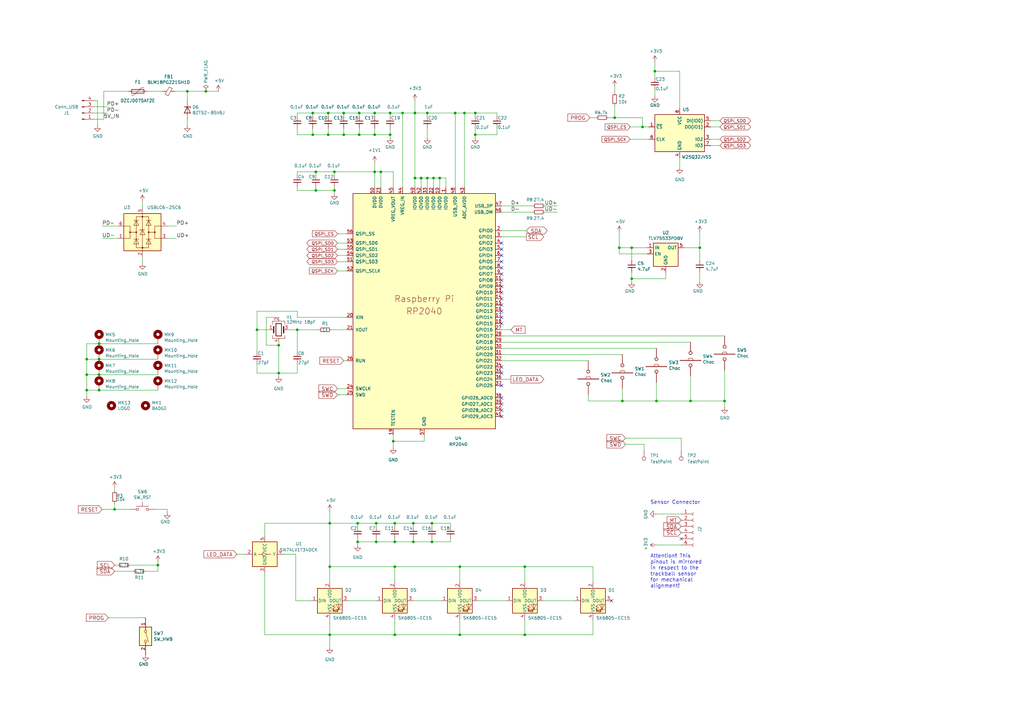
<source format=kicad_sch>
(kicad_sch (version 20211123) (generator eeschema)
  (paper "A3")
  (title_block (title "MNT Reform 2 Trackball 2.0 (Fixed)") (date "2022-08-22") (rev "2.0R-3") (company "Copyright 2017-2022 MNT Research GmbH") (comment 1 "https://mntre.com") (comment 2 "Engineer: Lukas F. Hartmann") (comment 3 "License: CERN-OHL-S 2.0"))
  (junction (at 177.8 73.025))
  (junction (at 146.685 222.25))
  (junction (at 170.18 73.025))
  (junction (at 146.685 214.63))
  (junction (at 121.92 135.255))
  (junction (at 161.925 214.63))
  (junction (at 177.165 222.25))
  (junction (at 40.64 140.97))
  (junction (at 40.64 160.02))
  (junction (at 128.27 46.355))
  (junction (at 186.69 46.355))
  (junction (at 137.16 78.105))
  (junction (at 175.26 46.355))
  (junction (at 135.255 260.35))
  (junction (at 194.945 55.245))
  (junction (at 177.165 214.63))
  (junction (at 165.1 46.355))
  (junction (at 269.24 164.465))
  (junction (at 175.26 73.025))
  (junction (at 287.02 101.6))
  (junction (at 40.64 153.67))
  (junction (at 252.095 48.26))
  (junction (at 153.67 70.485))
  (junction (at 140.97 55.245))
  (junction (at 154.305 214.63))
  (junction (at 35.56 153.67))
  (junction (at 190.5 46.355))
  (junction (at 140.97 46.355))
  (junction (at 172.72 73.025))
  (junction (at 64.77 231.775))
  (junction (at 153.67 55.245))
  (junction (at 135.255 232.41))
  (junction (at 153.67 46.355))
  (junction (at 128.27 55.245))
  (junction (at 154.305 222.25))
  (junction (at 40.64 147.32))
  (junction (at 35.56 147.32))
  (junction (at 129.54 78.105))
  (junction (at 135.255 214.63))
  (junction (at 259.08 101.6))
  (junction (at 263.525 52.07))
  (junction (at 169.545 214.63))
  (junction (at 160.02 55.245))
  (junction (at 283.21 164.465))
  (junction (at 215.265 260.35))
  (junction (at 129.54 70.485))
  (junction (at 137.16 70.485))
  (junction (at 161.29 180.975))
  (junction (at 134.62 46.355))
  (junction (at 188.595 232.41))
  (junction (at 255.27 164.465))
  (junction (at 76.835 37.465))
  (junction (at 84.455 37.465))
  (junction (at 114.3 141.605))
  (junction (at 161.925 222.25))
  (junction (at 134.62 55.245))
  (junction (at 114.3 153.035))
  (junction (at 35.56 160.02))
  (junction (at 161.925 232.41))
  (junction (at 105.41 135.255))
  (junction (at 156.21 70.485))
  (junction (at 147.32 55.245))
  (junction (at 268.605 29.21))
  (junction (at 254 101.6))
  (junction (at 169.545 222.25))
  (junction (at 215.265 232.41))
  (junction (at 297.18 164.465))
  (junction (at 160.02 46.355))
  (junction (at 161.925 260.35))
  (junction (at 180.34 73.025))
  (junction (at 46.99 208.915))
  (junction (at 194.945 46.355))
  (junction (at 259.08 114.3))
  (junction (at 188.595 260.35))
  (junction (at 147.32 46.355))
  (junction (at 170.18 46.355))
  (no_connect (at 205.74 109.855))
  (no_connect (at 205.74 168.275))
  (no_connect (at 205.74 150.495))
  (no_connect (at 205.74 122.555))
  (no_connect (at 205.74 107.315))
  (no_connect (at 205.74 120.015))
  (no_connect (at 205.74 130.175))
  (no_connect (at 205.74 102.235))
  (no_connect (at 205.74 125.095))
  (no_connect (at 205.74 165.735))
  (no_connect (at 205.74 163.195))
  (no_connect (at 205.74 132.715))
  (no_connect (at 279.4 220.98))
  (no_connect (at 205.74 114.935))
  (no_connect (at 205.74 99.695))
  (no_connect (at 250.825 246.38))
  (no_connect (at 205.74 112.395))
  (no_connect (at 205.74 117.475))
  (no_connect (at 205.74 104.775))
  (no_connect (at 205.74 170.815))
  (no_connect (at 205.74 153.035))
  (no_connect (at 205.74 127.635))
  (no_connect (at 205.74 158.115))
  (wire (pts (xy 255.27 164.465) (xy 269.24 164.465)))
  (wire (pts (xy 252.095 43.18) (xy 252.095 48.26)))
  (wire (pts (xy 135.255 214.63) (xy 108.585 214.63)))
  (wire (pts (xy 153.67 52.705) (xy 153.67 55.245)))
  (wire (pts (xy 38.735 43.815) (xy 43.815 43.815)))
  (wire (pts (xy 147.32 52.705) (xy 147.32 55.245)))
  (wire (pts (xy 147.32 47.625) (xy 147.32 46.355)))
  (wire (pts (xy 97.155 227.33) (xy 100.965 227.33)))
  (wire (pts (xy 205.74 135.255) (xy 209.55 135.255)))
  (wire (pts (xy 175.26 47.625) (xy 175.26 46.355)))
  (wire (pts (xy 291.465 59.69) (xy 295.275 59.69)))
  (wire (pts (xy 252.095 48.26) (xy 263.525 48.26)))
  (wire (pts (xy 161.925 232.41) (xy 188.595 232.41)))
  (wire (pts (xy 35.56 160.02) (xy 35.56 153.67)))
  (wire (pts (xy 138.43 161.925) (xy 142.24 161.925)))
  (wire (pts (xy 194.945 46.355) (xy 194.945 47.625)))
  (wire (pts (xy 76.835 51.435) (xy 76.835 48.895)))
  (wire (pts (xy 161.925 214.63) (xy 169.545 214.63)))
  (wire (pts (xy 58.42 85.09) (xy 58.42 82.55)))
  (wire (pts (xy 60.325 37.465) (xy 66.675 37.465)))
  (wire (pts (xy 35.56 147.32) (xy 35.56 153.67)))
  (wire (pts (xy 128.27 47.625) (xy 128.27 46.355)))
  (wire (pts (xy 228.6 86.995) (xy 223.52 86.995)))
  (wire (pts (xy 160.02 47.625) (xy 160.02 46.355)))
  (wire (pts (xy 140.97 46.355) (xy 147.32 46.355)))
  (wire (pts (xy 249.555 48.26) (xy 252.095 48.26)))
  (wire (pts (xy 41.91 208.915) (xy 46.99 208.915)))
  (wire (pts (xy 173.99 180.975) (xy 173.99 178.435)))
  (wire (pts (xy 146.685 214.63) (xy 146.685 215.9)))
  (wire (pts (xy 138.43 102.235) (xy 142.24 102.235)))
  (wire (pts (xy 160.02 46.355) (xy 165.1 46.355)))
  (wire (pts (xy 121.92 55.245) (xy 121.92 52.705)))
  (wire (pts (xy 177.165 214.63) (xy 184.785 214.63)))
  (wire (pts (xy 140.97 52.705) (xy 140.97 55.245)))
  (wire (pts (xy 129.54 78.105) (xy 137.16 78.105)))
  (wire (pts (xy 154.305 214.63) (xy 154.305 215.9)))
  (wire (pts (xy 58.42 107.95) (xy 58.42 105.41)))
  (wire (pts (xy 184.785 222.25) (xy 177.165 222.25)))
  (wire (pts (xy 188.595 260.35) (xy 215.265 260.35)))
  (wire (pts (xy 129.54 76.835) (xy 129.54 78.105)))
  (wire (pts (xy 108.585 260.35) (xy 135.255 260.35)))
  (wire (pts (xy 142.24 99.695) (xy 138.43 99.695)))
  (wire (pts (xy 121.92 153.035) (xy 121.92 149.225)))
  (wire (pts (xy 38.735 41.275) (xy 40.005 41.275)))
  (wire (pts (xy 244.475 48.26) (xy 241.935 48.26)))
  (wire (pts (xy 268.605 29.21) (xy 268.605 31.75)))
  (wire (pts (xy 140.97 47.625) (xy 140.97 46.355)))
  (wire (pts (xy 42.545 48.895) (xy 42.545 37.465)))
  (wire (pts (xy 134.62 55.245) (xy 128.27 55.245)))
  (wire (pts (xy 153.67 47.625) (xy 153.67 46.355)))
  (wire (pts (xy 188.595 254) (xy 188.595 260.35)))
  (wire (pts (xy 169.545 214.63) (xy 169.545 215.9)))
  (wire (pts (xy 40.64 153.67) (xy 64.77 153.67)))
  (wire (pts (xy 46.99 206.375) (xy 46.99 208.915)))
  (wire (pts (xy 46.99 200.025) (xy 46.99 201.295)))
  (wire (pts (xy 68.58 210.185) (xy 68.58 208.915)))
  (wire (pts (xy 169.545 220.98) (xy 169.545 222.25)))
  (wire (pts (xy 268.605 39.37) (xy 268.605 36.83)))
  (wire (pts (xy 161.29 70.485) (xy 156.21 70.485)))
  (wire (pts (xy 255.27 159.385) (xy 255.27 164.465)))
  (wire (pts (xy 38.735 48.895) (xy 42.545 48.895)))
  (wire (pts (xy 72.39 97.79) (xy 68.58 97.79)))
  (wire (pts (xy 190.5 46.355) (xy 190.5 76.835)))
  (wire (pts (xy 254 95.25) (xy 254 101.6)))
  (wire (pts (xy 154.305 220.98) (xy 154.305 222.25)))
  (wire (pts (xy 165.1 76.835) (xy 165.1 46.355)))
  (wire (pts (xy 146.685 222.25) (xy 154.305 222.25)))
  (wire (pts (xy 165.1 46.355) (xy 170.18 46.355)))
  (wire (pts (xy 259.08 114.3) (xy 259.08 111.76)))
  (wire (pts (xy 128.27 46.355) (xy 134.62 46.355)))
  (wire (pts (xy 252.095 35.56) (xy 252.095 38.1)))
  (wire (pts (xy 137.16 79.375) (xy 137.16 78.105)))
  (wire (pts (xy 46.99 208.915) (xy 53.34 208.915)))
  (wire (pts (xy 114.3 130.175) (xy 109.22 130.175)))
  (wire (pts (xy 161.29 76.835) (xy 161.29 70.485)))
  (wire (pts (xy 121.92 135.255) (xy 130.81 135.255)))
  (wire (pts (xy 121.92 130.175) (xy 121.92 127.635)))
  (wire (pts (xy 154.305 214.63) (xy 161.925 214.63)))
  (wire (pts (xy 205.74 97.155) (xy 215.9 97.155)))
  (wire (pts (xy 142.875 246.38) (xy 154.305 246.38)))
  (wire (pts (xy 182.88 73.025) (xy 182.88 76.835)))
  (wire (pts (xy 147.32 46.355) (xy 153.67 46.355)))
  (wire (pts (xy 172.72 76.835) (xy 172.72 73.025)))
  (wire (pts (xy 105.41 153.035) (xy 114.3 153.035)))
  (wire (pts (xy 280.67 101.6) (xy 287.02 101.6)))
  (wire (pts (xy 205.74 84.455) (xy 218.44 84.455)))
  (wire (pts (xy 264.16 184.785) (xy 264.16 182.245)))
  (wire (pts (xy 266.065 52.07) (xy 263.525 52.07)))
  (wire (pts (xy 156.21 76.835) (xy 156.21 70.485)))
  (wire (pts (xy 188.595 232.41) (xy 215.265 232.41)))
  (wire (pts (xy 287.02 95.25) (xy 287.02 101.6)))
  (wire (pts (xy 53.34 231.775) (xy 64.77 231.775)))
  (wire (pts (xy 76.835 37.465) (xy 71.755 37.465)))
  (wire (pts (xy 105.41 135.255) (xy 105.41 144.145)))
  (wire (pts (xy 116.205 227.33) (xy 121.285 227.33)))
  (wire (pts (xy 186.69 46.355) (xy 186.69 76.835)))
  (wire (pts (xy 175.26 73.025) (xy 177.8 73.025)))
  (wire (pts (xy 254 104.14) (xy 254 101.6)))
  (wire (pts (xy 205.74 86.995) (xy 218.44 86.995)))
  (wire (pts (xy 283.21 164.465) (xy 297.18 164.465)))
  (wire (pts (xy 64.77 231.775) (xy 64.77 230.505)))
  (wire (pts (xy 153.67 70.485) (xy 153.67 76.835)))
  (wire (pts (xy 40.64 160.02) (xy 35.56 160.02)))
  (wire (pts (xy 287.02 111.76) (xy 287.02 115.57)))
  (wire (pts (xy 188.595 232.41) (xy 188.595 238.76)))
  (wire (pts (xy 153.67 55.245) (xy 147.32 55.245)))
  (wire (pts (xy 138.43 107.315) (xy 142.24 107.315)))
  (wire (pts (xy 134.62 52.705) (xy 134.62 55.245)))
  (wire (pts (xy 135.255 232.41) (xy 161.925 232.41)))
  (wire (pts (xy 184.785 214.63) (xy 184.785 215.9)))
  (wire (pts (xy 177.8 76.835) (xy 177.8 73.025)))
  (wire (pts (xy 160.02 55.245) (xy 160.02 52.705)))
  (wire (pts (xy 283.21 154.305) (xy 283.21 164.465)))
  (wire (pts (xy 190.5 46.355) (xy 194.945 46.355)))
  (wire (pts (xy 38.735 46.355) (xy 43.815 46.355)))
  (wire (pts (xy 46.99 234.315) (xy 54.61 234.315)))
  (wire (pts (xy 114.3 141.605) (xy 114.3 153.035)))
  (wire (pts (xy 161.925 220.98) (xy 161.925 222.25)))
  (wire (pts (xy 269.24 223.52) (xy 279.4 223.52)))
  (wire (pts (xy 135.255 254) (xy 135.255 260.35)))
  (wire (pts (xy 135.255 260.35) (xy 135.255 265.43)))
  (wire (pts (xy 175.26 46.355) (xy 186.69 46.355)))
  (wire (pts (xy 263.525 52.07) (xy 258.445 52.07)))
  (wire (pts (xy 76.835 41.275) (xy 76.835 37.465)))
  (wire (pts (xy 228.6 84.455) (xy 223.52 84.455)))
  (wire (pts (xy 35.56 160.02) (xy 35.56 162.56)))
  (wire (pts (xy 129.54 71.755) (xy 129.54 70.485)))
  (wire (pts (xy 278.765 29.21) (xy 278.765 44.45)))
  (wire (pts (xy 146.685 214.63) (xy 154.305 214.63)))
  (wire (pts (xy 161.925 214.63) (xy 161.925 215.9)))
  (wire (pts (xy 215.265 232.41) (xy 215.265 238.76)))
  (wire (pts (xy 135.255 260.35) (xy 161.925 260.35)))
  (wire (pts (xy 205.74 137.795) (xy 297.18 137.795)))
  (wire (pts (xy 170.18 46.355) (xy 170.18 73.025)))
  (wire (pts (xy 128.27 55.245) (xy 121.92 55.245)))
  (wire (pts (xy 156.21 70.485) (xy 153.67 70.485)))
  (wire (pts (xy 241.3 164.465) (xy 255.27 164.465)))
  (wire (pts (xy 147.32 55.245) (xy 140.97 55.245)))
  (wire (pts (xy 44.45 253.365) (xy 59.69 253.365)))
  (wire (pts (xy 109.22 130.175) (xy 109.22 141.605)))
  (wire (pts (xy 64.77 234.315) (xy 64.77 231.775)))
  (wire (pts (xy 154.305 222.25) (xy 161.925 222.25)))
  (wire (pts (xy 180.34 73.025) (xy 182.88 73.025)))
  (wire (pts (xy 135.255 214.63) (xy 135.255 232.41)))
  (wire (pts (xy 137.16 70.485) (xy 129.54 70.485)))
  (wire (pts (xy 135.255 232.41) (xy 135.255 238.76)))
  (wire (pts (xy 121.92 135.255) (xy 121.92 144.145)))
  (wire (pts (xy 161.925 260.35) (xy 188.595 260.35)))
  (wire (pts (xy 142.24 159.385) (xy 138.43 159.385)))
  (wire (pts (xy 203.835 46.355) (xy 203.835 47.625)))
  (wire (pts (xy 40.005 41.275) (xy 40.005 51.435)))
  (wire (pts (xy 170.18 73.025) (xy 172.72 73.025)))
  (wire (pts (xy 68.58 208.915) (xy 63.5 208.915)))
  (wire (pts (xy 254 101.6) (xy 259.08 101.6)))
  (wire (pts (xy 114.3 153.035) (xy 121.92 153.035)))
  (wire (pts (xy 215.265 254) (xy 215.265 260.35)))
  (wire (pts (xy 161.29 180.975) (xy 173.99 180.975)))
  (wire (pts (xy 297.18 167.005) (xy 297.18 164.465)))
  (wire (pts (xy 177.165 222.25) (xy 177.165 220.98)))
  (wire (pts (xy 205.74 94.615) (xy 215.9 94.615)))
  (wire (pts (xy 135.255 214.63) (xy 146.685 214.63)))
  (wire (pts (xy 264.16 182.245) (xy 256.54 182.245)))
  (wire (pts (xy 35.56 153.67) (xy 40.64 153.67)))
  (wire (pts (xy 184.785 220.98) (xy 184.785 222.25)))
  (wire (pts (xy 196.215 246.38) (xy 207.645 246.38)))
  (wire (pts (xy 135.89 135.255) (xy 142.24 135.255)))
  (wire (pts (xy 215.265 232.41) (xy 243.205 232.41)))
  (wire (pts (xy 177.8 73.025) (xy 180.34 73.025)))
  (wire (pts (xy 108.585 214.63) (xy 108.585 219.71)))
  (wire (pts (xy 175.26 52.705) (xy 175.26 56.515)))
  (wire (pts (xy 205.74 142.875) (xy 269.24 142.875)))
  (wire (pts (xy 118.11 135.255) (xy 121.92 135.255)))
  (wire (pts (xy 215.265 260.35) (xy 243.205 260.35)))
  (wire (pts (xy 259.08 101.6) (xy 265.43 101.6)))
  (wire (pts (xy 59.69 234.315) (xy 64.77 234.315)))
  (wire (pts (xy 287.02 101.6) (xy 287.02 106.68)))
  (wire (pts (xy 121.285 246.38) (xy 127.635 246.38)))
  (wire (pts (xy 172.72 73.025) (xy 175.26 73.025)))
  (wire (pts (xy 105.41 153.035) (xy 105.41 149.225)))
  (wire (pts (xy 297.18 151.765) (xy 297.18 164.465)))
  (wire (pts (xy 153.67 66.675) (xy 153.67 70.485)))
  (wire (pts (xy 241.3 164.465) (xy 241.3 161.925)))
  (wire (pts (xy 134.62 46.355) (xy 140.97 46.355)))
  (wire (pts (xy 110.49 135.255) (xy 105.41 135.255)))
  (wire (pts (xy 138.43 111.125) (xy 142.24 111.125)))
  (wire (pts (xy 128.27 52.705) (xy 128.27 55.245)))
  (wire (pts (xy 295.275 49.53) (xy 291.465 49.53)))
  (wire (pts (xy 114.3 153.035) (xy 114.3 154.305)))
  (wire (pts (xy 283.21 140.335) (xy 205.74 140.335)))
  (wire (pts (xy 153.67 46.355) (xy 160.02 46.355)))
  (wire (pts (xy 170.18 46.355) (xy 175.26 46.355)))
  (wire (pts (xy 41.91 92.71) (xy 48.26 92.71)))
  (wire (pts (xy 64.77 160.02) (xy 40.64 160.02)))
  (wire (pts (xy 140.97 55.245) (xy 134.62 55.245)))
  (wire (pts (xy 180.34 76.835) (xy 180.34 73.025)))
  (wire (pts (xy 170.18 73.025) (xy 170.18 76.835)))
  (wire (pts (xy 203.835 55.245) (xy 194.945 55.245)))
  (wire (pts (xy 121.92 78.105) (xy 129.54 78.105)))
  (wire (pts (xy 161.29 178.435) (xy 161.29 180.975)))
  (wire (pts (xy 121.92 46.355) (xy 128.27 46.355)))
  (wire (pts (xy 269.24 156.845) (xy 269.24 164.465)))
  (wire (pts (xy 35.56 147.32) (xy 35.56 140.97)))
  (wire (pts (xy 121.92 127.635) (xy 105.41 127.635)))
  (wire (pts (xy 108.585 234.95) (xy 108.585 260.35)))
  (wire (pts (xy 279.4 184.785) (xy 279.4 179.705)))
  (wire (pts (xy 243.205 232.41) (xy 243.205 238.76)))
  (wire (pts (xy 142.24 104.775) (xy 138.43 104.775)))
  (wire (pts (xy 121.92 76.835) (xy 121.92 78.105)))
  (wire (pts (xy 137.16 78.105) (xy 137.16 76.835)))
  (wire (pts (xy 273.05 114.3) (xy 273.05 111.76)))
  (wire (pts (xy 269.24 210.82) (xy 279.4 210.82)))
  (wire (pts (xy 84.455 37.465) (xy 89.535 37.465)))
  (wire (pts (xy 194.945 56.515) (xy 194.945 55.245)))
  (wire (pts (xy 135.255 209.55) (xy 135.255 214.63)))
  (wire (pts (xy 263.525 48.26) (xy 263.525 52.07)))
  (wire (pts (xy 194.945 55.245) (xy 194.945 52.705)))
  (wire (pts (xy 278.765 64.77) (xy 278.765 68.58)))
  (wire (pts (xy 169.545 246.38) (xy 180.975 246.38)))
  (wire (pts (xy 175.26 76.835) (xy 175.26 73.025)))
  (wire (pts (xy 42.545 37.465) (xy 52.705 37.465)))
  (wire (pts (xy 40.64 147.32) (xy 64.77 147.32)))
  (wire (pts (xy 265.43 104.14) (xy 254 104.14)))
  (wire (pts (xy 186.69 46.355) (xy 190.5 46.355)))
  (wire (pts (xy 72.39 92.71) (xy 68.58 92.71)))
  (wire (pts (xy 161.925 232.41) (xy 161.925 238.76)))
  (wire (pts (xy 142.24 147.955) (xy 140.97 147.955)))
  (wire (pts (xy 35.56 140.97) (xy 40.64 140.97)))
  (wire (pts (xy 137.16 70.485) (xy 153.67 70.485)))
  (wire (pts (xy 291.465 52.07) (xy 295.275 52.07)))
  (wire (pts (xy 109.22 141.605) (xy 114.3 141.605)))
  (wire (pts (xy 170.18 41.275) (xy 170.18 46.355)))
  (wire (pts (xy 161.925 254) (xy 161.925 260.35)))
  (wire (pts (xy 138.43 95.885) (xy 142.24 95.885)))
  (wire (pts (xy 160.02 56.515) (xy 160.02 55.245)))
  (wire (pts (xy 160.02 55.245) (xy 153.67 55.245)))
  (wire (pts (xy 259.08 106.68) (xy 259.08 101.6)))
  (wire (pts (xy 121.285 227.33) (xy 121.285 246.38)))
  (wire (pts (xy 268.605 29.21) (xy 278.765 29.21)))
  (wire (pts (xy 105.41 127.635) (xy 105.41 135.255)))
  (wire (pts (xy 258.445 57.15) (xy 266.065 57.15)))
  (wire (pts (xy 259.08 115.57) (xy 259.08 114.3)))
  (wire (pts (xy 269.24 164.465) (xy 283.21 164.465)))
  (wire (pts (xy 114.3 140.335) (xy 114.3 141.605)))
  (wire (pts (xy 279.4 179.705) (xy 256.54 179.705)))
  (wire (pts (xy 169.545 222.25) (xy 177.165 222.25)))
  (wire (pts (xy 161.29 180.975) (xy 161.29 183.515)))
  (wire (pts (xy 48.26 231.775) (xy 46.99 231.775)))
  (wire (pts (xy 255.27 145.415) (xy 205.74 145.415)))
  (wire (pts (xy 169.545 214.63) (xy 177.165 214.63)))
  (wire (pts (xy 64.77 140.97) (xy 40.64 140.97)))
  (wire (pts (xy 194.945 46.355) (xy 203.835 46.355)))
  (wire (pts (xy 40.64 147.32) (xy 35.56 147.32)))
  (wire (pts (xy 121.92 130.175) (xy 142.24 130.175)))
  (wire (pts (xy 222.885 246.38) (xy 235.585 246.38)))
  (wire (pts (xy 41.91 97.79) (xy 48.26 97.79)))
  (wire (pts (xy 205.74 147.955) (xy 241.3 147.955)))
  (wire (pts (xy 137.16 71.755) (xy 137.16 70.485)))
  (wire (pts (xy 134.62 47.625) (xy 134.62 46.355)))
  (wire (pts (xy 243.205 254) (xy 243.205 260.35)))
  (wire (pts (xy 268.605 25.4) (xy 268.605 29.21)))
  (wire (pts (xy 121.92 46.355) (xy 121.92 47.625)))
  (wire (pts (xy 146.685 222.25) (xy 146.685 223.52)))
  (wire (pts (xy 259.08 114.3) (xy 273.05 114.3)))
  (wire (pts (xy 146.685 220.98) (xy 146.685 222.25)))
  (wire (pts (xy 84.455 37.465) (xy 76.835 37.465)))
  (wire (pts (xy 205.74 155.575) (xy 209.55 155.575)))
  (wire (pts (xy 177.165 214.63) (xy 177.165 215.9)))
  (wire (pts (xy 121.92 70.485) (xy 121.92 71.755)))
  (wire (pts (xy 129.54 70.485) (xy 121.92 70.485)))
  (wire (pts (xy 295.275 57.15) (xy 291.465 57.15)))
  (wire (pts (xy 203.835 52.705) (xy 203.835 55.245)))
  (wire (pts (xy 161.925 222.25) (xy 169.545 222.25)))
  (text "Sensor Connector" (at 266.7 207.01 0) (effects (font (size 1.524 1.524)) (justify left bottom)))
  (text "Attention! This\npinout is mirrored\nin respect to the \ntrackball sensor\nfor mechanical\nalignment!" (at 266.7 241.3 0) (effects (font (size 1.524 1.524)) (justify left bottom)))
  (label "UD+" (at 228.6 84.455 180) (effects (font (size 1.524 1.524))))
  (label "UD-" (at 228.6 86.995 180) (effects (font (size 1.524 1.524))))
  (label "PD-" (at 41.91 92.71 0) (effects (font (size 1.524 1.524))))
  (label "UD+" (at 72.39 97.79 0) (effects (font (size 1.524 1.524))))
  (label "PD+" (at 43.815 43.815 0) (effects (font (size 1.524 1.524))))
  (label "D+" (at 209.55 84.455 0) (effects (font (size 1.524 1.524))))
  (label "UD-" (at 41.91 97.79 0) (effects (font (size 1.524 1.524))))
  (label "5V_IN" (at 42.545 48.895 0) (effects (font (size 1.524 1.524))))
  (label "PD+" (at 72.39 92.71 0) (effects (font (size 1.524 1.524))))
  (label "D-" (at 209.55 86.995 0) (effects (font (size 1.524 1.524))))
  (label "PD-" (at 43.815 46.355 0) (effects (font (size 1.524 1.524))))
  (global_label "QSPI_CS" (shape input) (at 138.43 95.885 180) (property "Intersheet References" "${INTERSHEET_REFS}" (effects hide)))
  (global_label "SCL" (shape input) (at 46.99 231.775 180) (effects (font (size 1.524 1.524))) (property "Intersheet References" "${INTERSHEET_REFS}" (effects hide)))
  (global_label "PROG" (shape input) (at 241.935 48.26 180) (effects (font (size 1.524 1.524))) (property "Intersheet References" "${INTERSHEET_REFS}" (effects hide)))
  (global_label "SWC" (shape input) (at 256.54 179.705 180) (effects (font (size 1.524 1.524))) (property "Intersheet References" "${INTERSHEET_REFS}" (effects hide)))
  (global_label "SDA" (shape bidirectional) (at 215.9 94.615 0) (effects (font (size 1.524 1.524))) (property "Intersheet References" "${INTERSHEET_REFS}" (effects hide)))
  (global_label "SCL" (shape input) (at 279.4 218.44 180) (effects (font (size 1.524 1.524))) (property "Intersheet References" "${INTERSHEET_REFS}" (effects hide)))
  (global_label "SWD" (shape input) (at 256.54 182.245 180) (effects (font (size 1.524 1.524))) (property "Intersheet References" "${INTERSHEET_REFS}" (effects hide)))
  (global_label "LED_DATA" (shape input) (at 97.155 227.33 180) (effects (font (size 1.524 1.524))) (property "Intersheet References" "${INTERSHEET_REFS}" (effects hide)))
  (global_label "QSPI_SD3" (shape bidirectional) (at 138.43 107.315 180) (property "Intersheet References" "${INTERSHEET_REFS}" (effects hide)))
  (global_label "QSPI_SD1" (shape bidirectional) (at 295.275 52.07 0) (property "Intersheet References" "${INTERSHEET_REFS}" (effects hide)))
  (global_label "SCL" (shape output) (at 215.9 97.155 0) (effects (font (size 1.524 1.524))) (property "Intersheet References" "${INTERSHEET_REFS}" (effects hide)))
  (global_label "MT" (shape input) (at 209.55 135.255 0) (effects (font (size 1.524 1.524))) (property "Intersheet References" "${INTERSHEET_REFS}" (effects hide)))
  (global_label "QSPI_SD3" (shape bidirectional) (at 295.275 59.69 0) (property "Intersheet References" "${INTERSHEET_REFS}" (effects hide)))
  (global_label "QSPI_SD2" (shape bidirectional) (at 138.43 104.775 180) (property "Intersheet References" "${INTERSHEET_REFS}" (effects hide)))
  (global_label "QSPI_SCK" (shape input) (at 138.43 111.125 180) (property "Intersheet References" "${INTERSHEET_REFS}" (effects hide)))
  (global_label "RESET" (shape input) (at 140.97 147.955 180) (effects (font (size 1.524 1.524))) (property "Intersheet References" "${INTERSHEET_REFS}" (effects hide)))
  (global_label "MT" (shape input) (at 279.4 213.36 180) (effects (font (size 1.524 1.524))) (property "Intersheet References" "${INTERSHEET_REFS}" (effects hide)))
  (global_label "QSPI_CS" (shape input) (at 258.445 52.07 180) (property "Intersheet References" "${INTERSHEET_REFS}" (effects hide)))
  (global_label "QSPI_SD1" (shape bidirectional) (at 138.43 102.235 180) (property "Intersheet References" "${INTERSHEET_REFS}" (effects hide)))
  (global_label "QSPI_SD0" (shape bidirectional) (at 138.43 99.695 180) (property "Intersheet References" "${INTERSHEET_REFS}" (effects hide)))
  (global_label "QSPI_SD0" (shape bidirectional) (at 295.275 49.53 0) (property "Intersheet References" "${INTERSHEET_REFS}" (effects hide)))
  (global_label "SWC" (shape input) (at 138.43 159.385 180) (effects (font (size 1.524 1.524))) (property "Intersheet References" "${INTERSHEET_REFS}" (effects hide)))
  (global_label "SDA" (shape input) (at 279.4 215.9 180) (effects (font (size 1.524 1.524))) (property "Intersheet References" "${INTERSHEET_REFS}" (effects hide)))
  (global_label "SDA" (shape input) (at 46.99 234.315 180) (effects (font (size 1.524 1.524))) (property "Intersheet References" "${INTERSHEET_REFS}" (effects hide)))
  (global_label "LED_DATA" (shape output) (at 209.55 155.575 0) (effects (font (size 1.524 1.524))) (property "Intersheet References" "${INTERSHEET_REFS}" (effects hide)))
  (global_label "RESET" (shape input) (at 41.91 208.915 180) (effects (font (size 1.524 1.524))) (property "Intersheet References" "${INTERSHEET_REFS}" (effects hide)))
  (global_label "QSPI_SD2" (shape bidirectional) (at 295.275 57.15 0) (property "Intersheet References" "${INTERSHEET_REFS}" (effects hide)))
  (global_label "PROG" (shape input) (at 44.45 253.365 180) (effects (font (size 1.524 1.524))) (property "Intersheet References" "${INTERSHEET_REFS}" (effects hide)))
  (global_label "QSPI_SCK" (shape input) (at 258.445 57.15 180) (property "Intersheet References" "${INTERSHEET_REFS}" (effects hide)))
  (global_label "SWD" (shape input) (at 138.43 161.925 180) (effects (font (size 1.524 1.524))) (property "Intersheet References" "${INTERSHEET_REFS}" (effects hide)))
  (symbol (lib_id "power:GND") (at 269.24 210.82 270) (unit 1)
    (property "Reference" "#PWR03" (effects hide))
    (property "Value" "GND" (at 264.8458 210.947 0))
  )
  (symbol (lib_id "power:GND") (at 297.18 167.005 0) (unit 1)
    (property "Reference" "#PWR0101" (effects hide))
    (property "Value" "GND" (at 297.307 171.3992 0))
  )
  (symbol (lib_id "Connector:Conn_01x04_Male") (at 33.655 46.355 0) (mirror x) (unit 1)
    (property "Reference" "J1" (at 27.305 46.355 0))
    (property "Value" "Conn_USB" (at 27.305 43.815 0))
    (property "Footprint" "Connector_JST:JST_PH_B4B-PH-K_1x04_P2.00mm_Vertical" (effects hide))
    (property "Manufacturer" "JST" (effects hide))
    (property "Manufacturer_No" "B4B-PH-K-S(LF)(SN)" (effects hide))
    (property "LCSC" "C131334" (effects hide))
  )
  (symbol (lib_id "Mechanical:MountingHole_Pad") (at 40.64 138.43 0) (unit 1)
    (property "Reference" "MK5" (at 43.18 137.2616 0) (effects (justify left)))
    (property "Value" "Mounting_Hole" (at 43.18 139.573 0) (effects (justify left)))
    (property "Footprint" "MountingHole:MountingHole_2.2mm_M2_Pad" (effects hide))
    (property "LCSC" "DNP" (effects hide))
    (property "Manufacturer_No" "DNP" (effects hide))
  )
  (symbol (lib_id "Mechanical:MountingHole_Pad") (at 40.64 144.78 0) (unit 1)
    (property "Reference" "MK6" (at 43.18 143.6116 0) (effects (justify left)))
    (property "Value" "Mounting_Hole" (at 43.18 145.923 0) (effects (justify left)))
    (property "Footprint" "MountingHole:MountingHole_2.2mm_M2_Pad" (effects hide))
    (property "LCSC" "DNP" (effects hide))
    (property "Manufacturer_No" "DNP" (effects hide))
  )
  (symbol (lib_id "Mechanical:MountingHole_Pad") (at 40.64 151.13 0) (unit 1)
    (property "Reference" "MK7" (at 43.18 149.9616 0) (effects (justify left)))
    (property "Value" "Mounting_Hole" (at 43.18 152.273 0) (effects (justify left)))
    (property "Footprint" "MountingHole:MountingHole_2.2mm_M2_Pad" (effects hide))
    (property "LCSC" "DNP" (effects hide))
    (property "Manufacturer_No" "DNP" (effects hide))
  )
  (symbol (lib_id "Mechanical:MountingHole_Pad") (at 40.64 157.48 0) (unit 1)
    (property "Reference" "MK8" (at 43.18 156.3116 0) (effects (justify left)))
    (property "Value" "Mounting_Hole" (at 43.18 158.623 0) (effects (justify left)))
    (property "Footprint" "MountingHole:MountingHole_2.2mm_M2_Pad" (effects hide))
    (property "LCSC" "DNP" (effects hide))
    (property "Manufacturer_No" "DNP" (effects hide))
  )
  (symbol (lib_id "Mechanical:MountingHole_Pad") (at 64.77 138.43 0) (unit 1)
    (property "Reference" "MK9" (at 67.31 137.2616 0) (effects (justify left)))
    (property "Value" "Mounting_Hole" (at 67.31 139.573 0) (effects (justify left)))
    (property "Footprint" "MountingHole:MountingHole_2.2mm_M2_Pad" (effects hide))
    (property "LCSC" "DNP" (effects hide))
    (property "Manufacturer_No" "DNP" (effects hide))
  )
  (symbol (lib_id "Mechanical:MountingHole_Pad") (at 64.77 144.78 0) (unit 1)
    (property "Reference" "MK10" (at 67.31 143.6116 0) (effects (justify left)))
    (property "Value" "Mounting_Hole" (at 67.31 145.923 0) (effects (justify left)))
    (property "Footprint" "MountingHole:MountingHole_2.2mm_M2_Pad" (effects hide))
    (property "LCSC" "DNP" (effects hide))
    (property "Manufacturer_No" "DNP" (effects hide))
  )
  (symbol (lib_id "Mechanical:MountingHole_Pad") (at 64.77 151.13 0) (unit 1)
    (property "Reference" "MK11" (at 67.31 149.9616 0) (effects (justify left)))
    (property "Value" "Mounting_Hole" (at 67.31 152.273 0) (effects (justify left)))
    (property "Footprint" "MountingHole:MountingHole_2.2mm_M2_Pad" (effects hide))
    (property "LCSC" "DNP" (effects hide))
    (property "Manufacturer_No" "DNP" (effects hide))
  )
  (symbol (lib_id "Mechanical:MountingHole_Pad") (at 64.77 157.48 0) (unit 1)
    (property "Reference" "MK12" (at 67.31 156.3116 0) (effects (justify left)))
    (property "Value" "Mounting_Hole" (at 67.31 158.623 0) (effects (justify left)))
    (property "Footprint" "MountingHole:MountingHole_2.2mm_M2_Pad" (effects hide))
    (property "LCSC" "DNP" (effects hide))
    (property "Manufacturer_No" "DNP" (effects hide))
  )
  (symbol (lib_id "Device:R_Small") (at 252.095 40.64 0) (unit 1)
    (property "Reference" "R2" (at 253.5936 39.4716 0) (effects (justify left)))
    (property "Value" "10k" (at 253.5936 41.783 0) (effects (justify left)))
    (property "Footprint" "Resistor_SMD:R_0603_1608Metric" (effects hide))
    (property "Manufacturer" "Yageo" (effects hide))
    (property "Manufacturer_No" "RC0603JR-0710KL" (effects hide))
    (property "LCSC" "C99198" (effects hide))
  )
  (symbol (lib_id "Mechanical:MountingHole") (at 45.72 166.37 0) (unit 1)
    (property "Reference" "MK13" (at 48.26 165.2016 0) (effects (justify left)))
    (property "Value" "LOGO" (at 48.26 167.513 0) (effects (justify left)))
    (property "Footprint" "reform2-motherboard:mntreform" (effects hide))
    (property "LCSC" "DNP" (effects hide))
    (property "Manufacturer_No" "DNP" (effects hide))
  )
  (symbol (lib_id "Connector:Conn_01x06_Female") (at 284.48 215.9 0) (unit 1)
    (property "Reference" "J2" (at 287.02 215.9 90) (effects (justify right)))
    (property "Value" "Conn_01x06_Female" (effects hide))
    (property "Footprint" "Connector_FFC-FPC:Hirose_FH12-6S-0.5SH_1x06-1MP_P0.50mm_Horizontal" (effects hide))
    (property "Manufacturer" "Hirose" (effects hide))
    (property "Manufacturer_No" "FH12-6S-0.5SH(55)" (effects hide))
    (property "LCSC" "C202118" (effects hide))
  )
  (symbol (lib_id "power:+3V3") (at 269.24 223.52 90) (unit 1)
    (property "Reference" "#PWR0104" (effects hide))
    (property "Value" "+3V3" (at 264.8458 223.139 0))
  )
  (symbol (lib_id "reform2-trackball2-rescue:Choc-reform-trackball") (at 297.18 146.685 0) (unit 1)
    (property "Reference" "SW5" (at 302.2092 143.6116 0) (effects (justify left)))
    (property "Value" "Choc" (at 302.2092 145.923 0) (effects (justify left)))
    (property "Footprint" "keyswitches:PG1350" (effects hide))
    (property "Manufacturer" "Kailh" (effects hide))
    (property "Manufacturer_No" "CPG135001D03" (effects hide))
    (property "LCSC" "C400231" (effects hide))
  )
  (symbol (lib_id "reform2-trackball2-rescue:Choc-reform-trackball") (at 283.21 149.225 0) (unit 1)
    (property "Reference" "SW4" (at 288.2392 146.1516 0) (effects (justify left)))
    (property "Value" "Choc" (at 288.2392 148.463 0) (effects (justify left)))
    (property "Footprint" "keyswitches:PG1350" (effects hide))
    (property "Manufacturer" "Kailh" (effects hide))
    (property "Manufacturer_No" "CPG135001D03" (effects hide))
    (property "LCSC" "C400231" (effects hide))
  )
  (symbol (lib_id "reform2-trackball2-rescue:Choc-reform-trackball") (at 269.24 151.765 0) (unit 1)
    (property "Reference" "SW3" (at 274.2692 148.6916 0) (effects (justify left)))
    (property "Value" "Choc" (at 274.2692 151.003 0) (effects (justify left)))
    (property "Footprint" "keyswitches:PG1350" (effects hide))
    (property "Manufacturer" "Kailh" (effects hide))
    (property "Manufacturer_No" "CPG135001D03" (effects hide))
    (property "LCSC" "C400231" (effects hide))
  )
  (symbol (lib_id "reform2-trackball2-rescue:Choc-reform-trackball") (at 241.3 156.845 0) (unit 1)
    (property "Reference" "SW2" (at 246.3292 153.7716 0) (effects (justify left)))
    (property "Value" "Choc" (at 246.3292 156.083 0) (effects (justify left)))
    (property "Footprint" "keyswitches:PG1350" (effects hide))
    (property "Manufacturer" "Kailh" (effects hide))
    (property "Manufacturer_No" "CPG135001D03" (effects hide))
    (property "LCSC" "C400231" (effects hide))
  )
  (symbol (lib_id "reform2-trackball2-rescue:Choc-reform-trackball") (at 255.27 154.305 0) (unit 1)
    (property "Reference" "SW1" (at 260.2992 151.2316 0) (effects (justify left)))
    (property "Value" "Choc" (at 260.2992 153.543 0) (effects (justify left)))
    (property "Footprint" "keyswitches:PG1350" (effects hide))
    (property "Manufacturer" "Kailh" (effects hide))
    (property "Manufacturer_No" "CPG135001D03" (effects hide))
    (property "LCSC" "C400231" (effects hide))
  )
  (symbol (lib_id "power:+3V3") (at 252.095 35.56 0) (unit 1)
    (property "Reference" "#PWR0105" (effects hide))
    (property "Value" "+3V3" (at 252.476 31.1658 0))
  )
  (symbol (lib_id "power:+5V") (at 89.535 37.465 0) (unit 1)
    (property "Reference" "#PWR0107" (effects hide))
    (property "Value" "+5V" (at 89.916 33.0708 0))
  )
  (symbol (lib_id "power:PWR_FLAG") (at 84.455 37.465 0) (unit 1)
    (property "Reference" "#FLG0101" (effects hide))
    (property "Value" "PWR_FLAG" (at 84.455 34.2392 90) (effects (justify left)))
  )
  (symbol (lib_id "Switch:SW_DIP_x01") (at 59.69 260.985 270) (unit 1)
    (property "Reference" "SW7" (at 62.992 259.8166 90) (effects (justify left)))
    (property "Value" "SW_HWB" (at 62.992 262.128 90) (effects (justify left)))
    (property "Footprint" "Button_Switch_SMD:SW_DIP_SPSTx01_Slide_Omron_A6S-110x_W8.9mm_P2.54mm" (effects hide))
    (property "Manufacturer" "Dongguan Guangzhu" (effects hide))
    (property "Manufacturer_No" "DSIC01LSGET" (effects hide))
    (property "LCSC" "C402914" (effects hide))
  )
  (symbol (lib_id "Switch:SW_Push") (at 58.42 208.915 0) (unit 1)
    (property "Reference" "SW6" (at 58.42 201.676 0))
    (property "Value" "SW_RST" (at 58.42 203.9874 0))
    (property "Footprint" "footprints-trackball:Diptronics-PTLP2" (effects hide))
    (property "Manufacturer" "XKB" (effects hide))
    (property "Manufacturer_No" "TS-1185EC-C-D-B" (effects hide))
    (property "LCSC" "C318893" (effects hide))
  )
  (symbol (lib_id "reform2-trackball2-rescue:TLV75533PDBV-Regulator_Linear-reform-trackball-rescue") (at 273.05 104.14 0) (unit 1)
    (property "Reference" "U2" (at 273.05 95.4532 0))
    (property "Value" "TLV75533PDBV" (at 273.05 97.7646 0))
    (property "Footprint" "Package_TO_SOT_SMD:SOT-23-5" (effects hide))
    (property "Datasheet" "http://www.ti.com/lit/ds/symlink/tlv755p.pdf" (effects hide))
    (property "Manufacturer" "Texas Instruments" (effects hide))
    (property "Manufacturer_No" "TLV75533PDBVR" (effects hide))
    (property "LCSC" "C404027" (effects hide))
  )
  (symbol (lib_id "power:+3V3") (at 287.02 95.25 0) (unit 1)
    (property "Reference" "#PWR09" (effects hide))
    (property "Value" "+3V3" (at 287.401 90.8558 0))
  )
  (symbol (lib_id "power:+5V") (at 254 95.25 0) (unit 1)
    (property "Reference" "#PWR01" (effects hide))
    (property "Value" "+5V" (at 254.381 90.8558 0))
  )
  (symbol (lib_id "Device:C_Small") (at 259.08 109.22 0) (unit 1)
    (property "Reference" "C5" (at 261.4168 108.0516 0) (effects (justify left)))
    (property "Value" "4.7uF" (at 261.4168 110.363 0) (effects (justify left)))
    (property "Footprint" "Capacitor_SMD:C_0603_1608Metric" (effects hide))
    (property "Manufacturer" "Murata" (effects hide))
    (property "Manufacturer_No" "GRM188R61E475KE11D" (effects hide))
    (property "LCSC" "C90057" (effects hide))
  )
  (symbol (lib_id "power:GND") (at 259.08 115.57 0) (unit 1)
    (property "Reference" "#PWR02" (effects hide))
    (property "Value" "GND" (at 260.35 119.38 0) (effects (justify right)))
  )
  (symbol (lib_id "power:GND") (at 35.56 162.56 0) (unit 1)
    (property "Reference" "#PWR0110" (effects hide))
    (property "Value" "GND" (at 35.687 166.9542 0))
  )
  (symbol (lib_id "Device:R_Small") (at 220.98 84.455 270) (mirror x) (unit 1)
    (property "Reference" "R8" (at 217.17 81.915 90))
    (property "Value" "27.4" (at 220.98 81.915 90))
    (property "Footprint" "Resistor_SMD:R_0603_1608Metric" (effects hide))
    (property "Manufacturer" "Yageo" (effects hide))
    (property "Manufacturer_No" "RC0603FR-0727R4L" (effects hide))
    (property "LCSC" "C185346" (effects hide))
  )
  (symbol (lib_id "Device:R_Small") (at 220.98 86.995 90) (mirror x) (unit 1)
    (property "Reference" "R9" (at 217.17 89.535 90))
    (property "Value" "27.4" (at 220.98 89.535 90))
    (property "Footprint" "Resistor_SMD:R_0603_1608Metric" (effects hide))
    (property "Manufacturer" "Yageo" (effects hide))
    (property "Manufacturer_No" "RC0603FR-0727R4L" (effects hide))
    (property "LCSC" "C185346" (effects hide))
  )
  (symbol (lib_id "Device:R_Small") (at 50.8 231.775 90) (unit 1)
    (property "Reference" "R10" (at 50.8 229.235 90))
    (property "Value" "4.7k" (at 50.8 231.775 90))
    (property "Footprint" "Resistor_SMD:R_0603_1608Metric" (effects hide))
    (property "Manufacturer" "Yageo" (effects hide))
    (property "Manufacturer_No" "RC0603FR-074K7L" (effects hide))
    (property "LCSC" "C105428" (effects hide))
  )
  (symbol (lib_id "Device:R_Small") (at 57.15 234.315 90) (unit 1)
    (property "Reference" "R11" (at 57.15 236.855 90))
    (property "Value" "4.7k" (at 57.15 234.315 90))
    (property "Footprint" "Resistor_SMD:R_0603_1608Metric" (effects hide))
    (property "Manufacturer" "Yageo" (effects hide))
    (property "Manufacturer_No" "RC0603FR-074K7L" (effects hide))
    (property "LCSC" "C105428" (effects hide))
  )
  (symbol (lib_id "power:+3V3") (at 64.77 230.505 0) (unit 1)
    (property "Reference" "#PWR011" (effects hide))
    (property "Value" "+3V3" (at 65.151 226.1108 0))
  )
  (symbol (lib_id "Power_Protection:USBLC6-2SC6") (at 58.42 95.25 0) (unit 1)
    (property "Reference" "U3" (at 52.07 85.09 0))
    (property "Value" "USBLC6-2SC6" (at 67.31 85.09 0))
    (property "Footprint" "Package_TO_SOT_SMD:SOT-23-6" (effects hide))
    (property "Datasheet" "https://www.st.com/resource/en/datasheet/usblc6-2.pdf" (effects hide))
    (property "Manufacturer_No" "USBLC6-2SC6" (effects hide))
    (property "Manufacturer" "STMicroelectronics" (effects hide))
    (property "LCSC" "C7519" (effects hide))
  )
  (symbol (lib_id "power:GND") (at 40.005 51.435 0) (unit 1)
    (property "Reference" "#PWR012" (effects hide))
    (property "Value" "GND" (at 40.132 55.8292 0))
  )
  (symbol (lib_id "reform2-trackball2-rescue:Ferrite_Bead_Small-Device") (at 69.215 37.465 90) (unit 1)
    (property "Reference" "FB1" (at 69.215 31.4452 90))
    (property "Value" "BLM18PG221SH1D" (at 69.215 33.7566 90))
    (property "Footprint" "Inductor_SMD:L_0603_1608Metric" (effects hide))
    (property "Manufacturer_No" "BLM18PG221SH1D" (effects hide))
    (property "Manufacturer" "Murata" (effects hide))
    (property "LCSC" "C14709" (effects hide))
  )
  (symbol (lib_id "Mechanical:MountingHole") (at 59.69 166.37 0) (unit 1)
    (property "Reference" "MK1" (at 62.23 165.2016 0) (effects (justify left)))
    (property "Value" "BADGE" (at 62.23 167.513 0) (effects (justify left)))
    (property "Footprint" "footprints-trackball:mntreform-trackball-badge" (effects hide))
    (property "LCSC" "DNP" (effects hide))
    (property "Manufacturer_No" "DNP" (effects hide))
  )
  (symbol (lib_id "Diode:BZT52Bxx") (at 76.835 45.085 270) (unit 1)
    (property "Reference" "D6" (at 78.867 43.9166 90) (effects (justify left)))
    (property "Value" "BZT52-B5V6J" (at 78.867 46.228 90) (effects (justify left)))
    (property "Footprint" "Diode_SMD:D_SOD-123" (effects hide))
    (property "Datasheet" "https://diotec.com/tl_files/diotec/files/pdf/datasheets/bzt52b2v4.pdf" (effects hide))
    (property "Manufacturer_No" "BZT52-B5V6J" (effects hide))
    (property "Manufacturer" "Nexperia" (effects hide))
    (property "LCSC" "C173406" (effects hide))
  )
  (symbol (lib_id "power:+5V") (at 58.42 82.55 0) (unit 1)
    (property "Reference" "#PWR013" (effects hide))
    (property "Value" "+5V" (at 58.801 78.1558 0))
  )
  (symbol (lib_id "power:GND") (at 76.835 51.435 0) (unit 1)
    (property "Reference" "#PWR014" (effects hide))
    (property "Value" "GND" (at 76.962 55.8292 0))
  )
  (symbol (lib_id "Device:Polyfuse") (at 56.515 37.465 270) (unit 1)
    (property "Reference" "F1" (at 56.515 33.655 90))
    (property "Value" "0ZCJ0075AF2E" (at 56.515 41.275 90))
    (property "Footprint" "Fuse:Fuse_1206_3216Metric_Castellated" (effects hide))
    (property "Manufacturer_No" "nSMD100-16V" (effects hide))
    (property "Manufacturer" "TECHFUSE" (effects hide))
    (property "LCSC" "C70082" (effects hide))
  )
  (symbol (lib_id "power:GND") (at 58.42 107.95 0) (unit 1)
    (property "Reference" "#PWR0103" (effects hide))
    (property "Value" "GND" (at 58.547 112.3442 0))
  )
  (symbol (lib_id "pocket-reform-keyboard:SK6805-EC15") (at 188.595 246.38 0) (unit 1)
    (property "Reference" "D4" (at 196.215 242.0493 0))
    (property "Value" "SK6805-EC15" (at 196.85 253.4793 0))
    (property "Footprint" "footprints:SK6805-EC15" (effects hide))
    (property "Datasheet" "https://www.exp-tech.de/media/pdf/SK6805-EC15-REV-05-EN.pdf" (effects hide))
    (property "Manufacturer_No" "SK6805-EC15" (effects hide))
    (property "LCSC" "C2890035" (effects hide))
    (property "Manufacturer" "OPSCO" (effects hide))
  )
  (symbol (lib_id "pocket-reform-keyboard:SK6805-EC15") (at 161.925 246.38 0) (unit 1)
    (property "Reference" "D5" (at 169.545 242.0493 0))
    (property "Value" "SK6805-EC15" (at 170.18 253.4793 0))
    (property "Footprint" "footprints:SK6805-EC15" (effects hide))
    (property "Datasheet" "https://www.exp-tech.de/media/pdf/SK6805-EC15-REV-05-EN.pdf" (effects hide))
    (property "Manufacturer_No" "SK6805-EC15" (effects hide))
    (property "LCSC" "C2890035" (effects hide))
    (property "Manufacturer" "OPSCO" (effects hide))
  )
  (symbol (lib_id "Device:Crystal_GND24") (at 114.3 135.255 0) (unit 1)
    (property "Reference" "Y1" (at 117.475 130.175 0) (effects (justify left)))
    (property "Value" "12MHz 18pF" (at 117.475 132.08 0) (effects (justify left)))
    (property "Footprint" "Crystal:Crystal_SMD_3225-4Pin_3.2x2.5mm" (effects hide))
    (property "Manufacturer" "Seiko Epson" (effects hide))
    (property "Manufacturer_No" "Q22FA23V0041800" (effects hide))
    (property "LCSC" "C91749" (effects hide))
  )
  (symbol (lib_id "power:+1V1") (at 153.67 66.675 0) (unit 1)
    (property "Reference" "#PWR015" (effects hide))
    (property "Value" "+1V1" (at 153.67 61.595 0))
  )
  (symbol (lib_id "Device:C_Small") (at 121.92 146.685 0) (unit 1)
    (property "Reference" "C6" (at 122.174 144.907 0) (effects (justify left)))
    (property "Value" "27pF" (at 122.174 148.717 0) (effects (justify left)))
    (property "Footprint" "Capacitor_SMD:C_0603_1608Metric" (effects hide))
    (property "Manufacturer" "Yageo" (effects hide))
    (property "Manufacturer_No" "CC0603JRNPO9BN270" (effects hide))
    (property "LCSC" "C107045" (effects hide))
  )
  (symbol (lib_id "Device:C_Small") (at 147.32 50.165 0) (mirror y) (unit 1)
    (property "Reference" "C15" (at 147.066 48.387 0) (effects (justify left)))
    (property "Value" "0.1uF" (at 149.86 43.815 0) (effects (justify left)))
    (property "Footprint" "Capacitor_SMD:C_0603_1608Metric" (effects hide))
    (property "Manufacturer" "Yageo" (effects hide))
    (property "Manufacturer_No" "CC0603JPX7R9BB104" (effects hide))
    (property "LCSC" "C14663" (effects hide))
  )
  (symbol (lib_id "Device:C_Small") (at 140.97 50.165 0) (mirror y) (unit 1)
    (property "Reference" "C13" (at 140.716 48.387 0) (effects (justify left)))
    (property "Value" "0.1uF" (at 143.51 43.815 0) (effects (justify left)))
    (property "Footprint" "Capacitor_SMD:C_0603_1608Metric" (effects hide))
    (property "Manufacturer" "Yageo" (effects hide))
    (property "Manufacturer_No" "CC0603JPX7R9BB104" (effects hide))
    (property "LCSC" "C14663" (effects hide))
  )
  (symbol (lib_id "Device:C_Small") (at 203.835 50.165 0) (unit 1)
    (property "Reference" "C22" (at 204.089 48.387 0) (effects (justify left)))
    (property "Value" "0.1uF" (at 204.089 52.197 0) (effects (justify left)))
    (property "Footprint" "Capacitor_SMD:C_0603_1608Metric" (effects hide))
    (property "Manufacturer" "Yageo" (effects hide))
    (property "Manufacturer_No" "CC0603JPX7R9BB104" (effects hide))
    (property "LCSC" "C14663" (effects hide))
  )
  (symbol (lib_id "Device:C_Small") (at 146.685 218.44 0) (mirror y) (unit 1)
    (property "Reference" "C2" (at 146.431 216.662 0) (effects (justify left)))
    (property "Value" "0.1uF" (at 149.225 212.09 0) (effects (justify left)))
    (property "Footprint" "Capacitor_SMD:C_0603_1608Metric" (effects hide))
    (property "Manufacturer" "Yageo" (effects hide))
    (property "Manufacturer_No" "CC0603JPX7R9BB104" (effects hide))
    (property "LCSC" "C14663" (effects hide))
  )
  (symbol (lib_id "power:GND") (at 135.255 265.43 0) (unit 1)
    (property "Reference" "#PWR05" (effects hide))
    (property "Value" "GND" (at 135.255 270.51 0))
  )
  (symbol (lib_id "Device:C_Small") (at 154.305 218.44 0) (mirror y) (unit 1)
    (property "Reference" "C7" (at 154.051 216.662 0) (effects (justify left)))
    (property "Value" "0.1uF" (at 156.845 212.09 0) (effects (justify left)))
    (property "Footprint" "Capacitor_SMD:C_0603_1608Metric" (effects hide))
    (property "Manufacturer" "Yageo" (effects hide))
    (property "Manufacturer_No" "CC0603JPX7R9BB104" (effects hide))
    (property "LCSC" "C14663" (effects hide))
  )
  (symbol (lib_id "power:GND") (at 59.69 268.605 0) (unit 1)
    (property "Reference" "#PWR017" (effects hide))
    (property "Value" "GND" (at 60.96 272.415 0) (effects (justify right)))
  )
  (symbol (lib_id "pocket-reform-keyboard:SK6805-EC15") (at 135.255 246.38 0) (unit 1)
    (property "Reference" "D2" (at 142.875 242.0493 0))
    (property "Value" "SK6805-EC15" (at 143.51 253.4793 0))
    (property "Footprint" "footprints:SK6805-EC15" (effects hide))
    (property "Datasheet" "https://www.exp-tech.de/media/pdf/SK6805-EC15-REV-05-EN.pdf" (effects hide))
    (property "Manufacturer_No" "SK6805-EC15" (effects hide))
    (property "LCSC" "C2890035" (effects hide))
    (property "Manufacturer" "OPSCO" (effects hide))
  )
  (symbol (lib_id "power:+3V3") (at 46.99 200.025 0) (unit 1)
    (property "Reference" "#PWR0102" (effects hide))
    (property "Value" "+3V3" (at 47.371 195.6308 0))
  )
  (symbol (lib_id "Device:C_Small") (at 129.54 74.295 0) (mirror y) (unit 1)
    (property "Reference" "C9" (at 129.286 72.517 0) (effects (justify left)))
    (property "Value" "0.1uF" (at 132.08 67.945 0) (effects (justify left)))
    (property "Footprint" "Capacitor_SMD:C_0603_1608Metric" (effects hide))
    (property "Manufacturer" "Yageo" (effects hide))
    (property "Manufacturer_No" "CC0603JPX7R9BB104" (effects hide))
    (property "LCSC" "C14663" (effects hide))
  )
  (symbol (lib_id "Device:C_Small") (at 121.92 50.165 0) (mirror y) (unit 1)
    (property "Reference" "C3" (at 121.666 48.387 0) (effects (justify left)))
    (property "Value" "0.1uF" (at 124.46 43.815 0) (effects (justify left)))
    (property "Footprint" "Capacitor_SMD:C_0603_1608Metric" (effects hide))
    (property "Manufacturer" "Yageo" (effects hide))
    (property "Manufacturer_No" "CC0603JPX7R9BB104" (effects hide))
    (property "LCSC" "C14663" (effects hide))
  )
  (symbol (lib_id "power:GND") (at 161.29 183.515 0) (unit 1)
    (property "Reference" "#PWR010" (effects hide))
    (property "Value" "GND" (at 161.29 188.595 0))
  )
  (symbol (lib_id "Connector:TestPoint") (at 264.16 184.785 180) (unit 1)
    (property "Reference" "TP1" (at 266.7 186.8169 0) (effects (justify right)))
    (property "Value" "TestPoint" (at 266.7 189.3569 0) (effects (justify right)))
    (property "Footprint" "TestPoint:TestPoint_Pad_D1.0mm" (effects hide))
    (property "LCSC" "DNP" (effects hide))
    (property "Manufacturer_No" "DNP" (effects hide))
  )
  (symbol (lib_id "power:GND") (at 114.3 154.305 0) (unit 1)
    (property "Reference" "#PWR06" (effects hide))
    (property "Value" "GND" (at 114.3 159.385 0))
  )
  (symbol (lib_id "Device:C_Small") (at 177.165 218.44 0) (mirror y) (unit 1)
    (property "Reference" "C16" (at 176.911 216.662 0) (effects (justify left)))
    (property "Value" "0.1uF" (at 179.705 212.09 0) (effects (justify left)))
    (property "Footprint" "Capacitor_SMD:C_0603_1608Metric" (effects hide))
    (property "Manufacturer" "Yageo" (effects hide))
    (property "Manufacturer_No" "CC0603JPX7R9BB104" (effects hide))
    (property "LCSC" "C14663" (effects hide))
  )
  (symbol (lib_id "power:+5V") (at 135.255 209.55 0) (unit 1)
    (property "Reference" "#PWR04" (effects hide))
    (property "Value" "+5V" (at 135.636 205.1558 0))
  )
  (symbol (lib_id "Device:C_Small") (at 105.41 146.685 0) (unit 1)
    (property "Reference" "C1" (at 105.664 144.907 0) (effects (justify left)))
    (property "Value" "27pF" (at 105.664 148.717 0) (effects (justify left)))
    (property "Footprint" "Capacitor_SMD:C_0603_1608Metric" (effects hide))
    (property "Manufacturer" "Yageo" (effects hide))
    (property "Manufacturer_No" "CC0603JRNPO9BN270" (effects hide))
    (property "LCSC" "C107045" (effects hide))
  )
  (symbol (lib_id "Device:C_Small") (at 121.92 74.295 0) (unit 1)
    (property "Reference" "C4" (at 122.174 72.517 0) (effects (justify left)))
    (property "Value" "0.1uF" (at 120.65 67.945 0) (effects (justify left)))
    (property "Footprint" "Capacitor_SMD:C_0603_1608Metric" (effects hide))
    (property "Manufacturer" "Yageo" (effects hide))
    (property "Manufacturer_No" "CC0603JPX7R9BB104" (effects hide))
    (property "LCSC" "C14663" (effects hide))
  )
  (symbol (lib_id "Device:C_Small") (at 137.16 74.295 0) (mirror y) (unit 1)
    (property "Reference" "C12" (at 136.906 72.517 0) (effects (justify left)))
    (property "Value" "0.1uF" (at 139.7 67.945 0) (effects (justify left)))
    (property "Footprint" "Capacitor_SMD:C_0603_1608Metric" (effects hide))
    (property "Manufacturer" "Yageo" (effects hide))
    (property "Manufacturer_No" "CC0603JPX7R9BB104" (effects hide))
    (property "LCSC" "C14663" (effects hide))
  )
  (symbol (lib_id "Device:R_Small") (at 46.99 203.835 0) (unit 1)
    (property "Reference" "R3" (at 47.752 203.327 0) (effects (justify left)))
    (property "Value" "10k" (at 47.752 204.851 0) (effects (justify left)))
    (property "Footprint" "Resistor_SMD:R_0603_1608Metric" (effects hide))
    (property "Manufacturer" "Yageo" (effects hide))
    (property "Manufacturer_No" "RC0603JR-0710KL" (effects hide))
    (property "LCSC" "C99198" (effects hide))
  )
  (symbol (lib_id "power:GND") (at 268.605 39.37 0) (unit 1)
    (property "Reference" "#PWR026" (effects hide))
    (property "Value" "~" (at 268.605 43.18 0))
  )
  (symbol (lib_id "Device:R_Small") (at 133.35 135.255 90) (unit 1)
    (property "Reference" "R1" (at 133.35 132.715 90))
    (property "Value" "1k" (at 133.35 135.255 90))
    (property "Footprint" "Resistor_SMD:R_0603_1608Metric" (effects hide))
    (property "Manufacturer" "Yageo" (effects hide))
  )
  (symbol (lib_id "MCU_RaspberryPi_and_Boards:RP2040") (at 173.99 127.635 0) (unit 1)
    (property "Reference" "U4" (at 187.96 179.705 0))
    (property "Value" "RP2040" (at 187.96 182.245 0))
    (property "Footprint" "MCU_RaspberryPi_and_Boards:RP2040-QFN-56" (effects hide))
    (property "Manufacturer" "Raspberry Pi" (effects hide))
    (property "Manufacturer_No" "RP2040" (effects hide))
    (property "LCSC" "C2040" (effects hide))
  )
  (symbol (lib_id "power:GND") (at 68.58 210.185 0) (unit 1)
    (property "Reference" "#PWR023" (effects hide))
    (property "Value" "GND" (at 69.85 213.995 0) (effects (justify right)))
  )
  (symbol (lib_id "power:GND") (at 160.02 56.515 0) (unit 1)
    (property "Reference" "#PWR016" (effects hide))
    (property "Value" "~" (at 160.02 60.325 0))
  )
  (symbol (lib_id "Device:C_Small") (at 184.785 218.44 0) (mirror y) (unit 1)
    (property "Reference" "C18" (at 184.531 216.662 0) (effects (justify left)))
    (property "Value" "0.1uF" (at 187.325 212.09 0) (effects (justify left)))
    (property "Footprint" "Capacitor_SMD:C_0603_1608Metric" (effects hide))
    (property "Manufacturer" "Yageo" (effects hide))
    (property "Manufacturer_No" "CC0603JPX7R9BB104" (effects hide))
    (property "LCSC" "C14663" (effects hide))
  )
  (symbol (lib_id "Device:C_Small") (at 175.26 50.165 0) (unit 1)
    (property "Reference" "C20" (at 175.514 48.387 0) (effects (justify left)))
    (property "Value" "1uF" (at 173.99 43.815 0) (effects (justify left)))
    (property "Footprint" "Capacitor_SMD:C_0603_1608Metric" (effects hide))
    (property "Manufacturer" "Yageo" (effects hide))
    (property "Manufacturer_No" "CC0603KRX5R8BB105" (effects hide))
    (property "LCSC" "C14664" (effects hide))
  )
  (symbol (lib_id "Device:C_Small") (at 161.925 218.44 0) (mirror y) (unit 1)
    (property "Reference" "C11" (at 161.671 216.662 0) (effects (justify left)))
    (property "Value" "0.1uF" (at 164.465 212.09 0) (effects (justify left)))
    (property "Footprint" "Capacitor_SMD:C_0603_1608Metric" (effects hide))
    (property "Manufacturer" "Yageo" (effects hide))
    (property "Manufacturer_No" "CC0603JPX7R9BB104" (effects hide))
    (property "LCSC" "C14663" (effects hide))
  )
  (symbol (lib_id "Device:C_Small") (at 160.02 50.165 0) (unit 1)
    (property "Reference" "C19" (at 160.274 48.387 0) (effects (justify left)))
    (property "Value" "0.1uF" (at 158.75 43.815 0) (effects (justify left)))
    (property "Footprint" "Capacitor_SMD:C_0603_1608Metric" (effects hide))
    (property "Manufacturer" "Yageo" (effects hide))
    (property "Manufacturer_No" "CC0603JPX7R9BB104" (effects hide))
    (property "LCSC" "C14663" (effects hide))
  )
  (symbol (lib_id "Device:C_Small") (at 128.27 50.165 0) (mirror y) (unit 1)
    (property "Reference" "C8" (at 128.016 48.387 0) (effects (justify left)))
    (property "Value" "0.1uF" (at 130.81 43.815 0) (effects (justify left)))
    (property "Footprint" "Capacitor_SMD:C_0603_1608Metric" (effects hide))
    (property "Manufacturer" "Yageo" (effects hide))
    (property "Manufacturer_No" "CC0603JPX7R9BB104" (effects hide))
    (property "LCSC" "C14663" (effects hide))
  )
  (symbol (lib_id "Device:C_Small") (at 153.67 50.165 0) (mirror y) (unit 1)
    (property "Reference" "C17" (at 153.416 48.387 0) (effects (justify left)))
    (property "Value" "0.1uF" (at 156.21 43.815 0) (effects (justify left)))
    (property "Footprint" "Capacitor_SMD:C_0603_1608Metric" (effects hide))
    (property "Manufacturer" "Yageo" (effects hide))
    (property "Manufacturer_No" "CC0603JPX7R9BB104" (effects hide))
    (property "LCSC" "C14663" (effects hide))
  )
  (symbol (lib_id "power:GND") (at 146.685 223.52 0) (unit 1)
    (property "Reference" "#PWR07" (effects hide))
    (property "Value" "GND" (at 146.685 228.6 0))
  )
  (symbol (lib_id "Connector:TestPoint") (at 279.4 184.785 180) (unit 1)
    (property "Reference" "TP2" (at 281.94 186.8169 0) (effects (justify right)))
    (property "Value" "TestPoint" (at 281.94 189.3569 0) (effects (justify right)))
    (property "Footprint" "TestPoint:TestPoint_Pad_D1.0mm" (effects hide))
    (property "LCSC" "DNP" (effects hide))
    (property "Manufacturer_No" "DNP" (effects hide))
  )
  (symbol (lib_id "pocket-reform-keyboard:SK6805-EC15") (at 215.265 246.38 0) (unit 1)
    (property "Reference" "D3" (at 222.885 242.0493 0))
    (property "Value" "SK6805-EC15" (at 223.52 253.4793 0))
    (property "Footprint" "footprints:SK6805-EC15" (effects hide))
    (property "Datasheet" "https://www.exp-tech.de/media/pdf/SK6805-EC15-REV-05-EN.pdf" (effects hide))
    (property "Manufacturer_No" "SK6805-EC15" (effects hide))
    (property "LCSC" "C2890035" (effects hide))
    (property "Manufacturer" "OPSCO" (effects hide))
  )
  (symbol (lib_id "power:GND") (at 194.945 56.515 0) (unit 1)
    (property "Reference" "#PWR022" (effects hide))
    (property "Value" "~" (at 194.945 60.325 0))
  )
  (symbol (lib_id "power:GND") (at 278.765 68.58 0) (unit 1)
    (property "Reference" "#PWR024" (effects hide))
    (property "Value" "GND" (at 278.765 73.66 0))
  )
  (symbol (lib_id "power:GND") (at 175.26 56.515 0) (unit 1)
    (property "Reference" "#PWR019" (effects hide))
    (property "Value" "~" (at 175.26 60.325 0))
  )
  (symbol (lib_id "power:+3V3") (at 268.605 25.4 0) (unit 1)
    (property "Reference" "#PWR0108" (effects hide))
    (property "Value" "+3V3" (at 268.986 21.0058 0))
  )
  (symbol (lib_id "Device:C_Small") (at 287.02 109.22 0) (unit 1)
    (property "Reference" "C24" (at 289.3568 108.0516 0) (effects (justify left)))
    (property "Value" "4.7uF" (at 289.3568 110.363 0) (effects (justify left)))
    (property "Footprint" "Capacitor_SMD:C_0603_1608Metric" (effects hide))
    (property "Manufacturer" "Murata" (effects hide))
    (property "Manufacturer_No" "GRM188R61E475KE11D" (effects hide))
    (property "LCSC" "C90057" (effects hide))
  )
  (symbol (lib_id "Memory_Flash:W25Q32JVSS") (at 278.765 54.61 0) (unit 1)
    (property "Reference" "U5" (at 281.305 44.9326 0))
    (property "Value" "W25Q32JVSS" (at 285.75 64.389 0))
    (property "Footprint" "Package_SO:SOIC-8_5.23x5.23mm_P1.27mm" (effects hide))
    (property "Datasheet" "http://www.winbond.com/resource-files/w25q32jv%20revg%2003272018%20plus.pdf" (effects hide))
    (property "Manufacturer" "Winbond" (effects hide))
    (property "Manufacturer_No" "W25Q32JVSS" (effects hide))
    (property "LCSC" "C82344" (effects hide))
  )
  (symbol (lib_id "Device:C_Small") (at 194.945 50.165 0) (unit 1)
    (property "Reference" "C21" (at 195.199 48.387 0) (effects (justify left)))
    (property "Value" "0.1uF" (at 195.199 52.197 0) (effects (justify left)))
    (property "Footprint" "Capacitor_SMD:C_0603_1608Metric" (effects hide))
    (property "Manufacturer" "Yageo" (effects hide))
    (property "Manufacturer_No" "CC0603JPX7R9BB104" (effects hide))
    (property "LCSC" "C14663" (effects hide))
  )
  (symbol (lib_id "power:GND") (at 287.02 115.57 0) (unit 1)
    (property "Reference" "#PWR0106" (effects hide))
    (property "Value" "GND" (at 288.29 119.38 0) (effects (justify right)))
  )
  (symbol (lib_id "Device:R_Small") (at 247.015 48.26 90) (unit 1)
    (property "Reference" "R4" (at 246.507 46.228 90) (effects (justify left)))
    (property "Value" "4.7k" (at 249.301 46.228 90) (effects (justify left)))
    (property "Footprint" "Resistor_SMD:R_0603_1608Metric" (effects hide))
    (property "Manufacturer" "Yageo" (effects hide))
    (property "Manufacturer_No" "RC0603FR-074K7L" (effects hide))
    (property "LCSC" "C105428" (effects hide))
  )
  (symbol (lib_id "Device:C_Small") (at 268.605 34.29 0) (unit 1)
    (property "Reference" "C23" (at 268.859 32.512 0) (effects (justify left)))
    (property "Value" "0.1uF" (at 268.859 36.322 0) (effects (justify left)))
    (property "Footprint" "Capacitor_SMD:C_0603_1608Metric" (effects hide))
    (property "Manufacturer" "Yageo" (effects hide))
    (property "Manufacturer_No" "CC0603JPX7R9BB104" (effects hide))
    (property "LCSC" "C14663" (effects hide))
  )
  (symbol (lib_id "pocket-reform-keyboard:SK6805-EC15") (at 243.205 246.38 0) (unit 1)
    (property "Reference" "D1" (at 250.825 242.0493 0))
    (property "Value" "SK6805-EC15" (at 251.46 253.4793 0))
    (property "Footprint" "footprints:SK6805-EC15" (effects hide))
    (property "Datasheet" "https://www.exp-tech.de/media/pdf/SK6805-EC15-REV-05-EN.pdf" (effects hide))
    (property "Manufacturer_No" "SK6805-EC15" (effects hide))
    (property "LCSC" "C2890035" (effects hide))
    (property "Manufacturer" "OPSCO" (effects hide))
  )
  (symbol (lib_id "Device:C_Small") (at 134.62 50.165 0) (mirror y) (unit 1)
    (property "Reference" "C10" (at 134.366 48.387 0) (effects (justify left)))
    (property "Value" "0.1uF" (at 137.16 43.815 0) (effects (justify left)))
    (property "Footprint" "Capacitor_SMD:C_0603_1608Metric" (effects hide))
    (property "Manufacturer" "Yageo" (effects hide))
    (property "Manufacturer_No" "CC0603JPX7R9BB104" (effects hide))
    (property "LCSC" "C14663" (effects hide))
  )
  (symbol (lib_id "power:+3V3") (at 170.18 41.275 0) (unit 1)
    (property "Reference" "#PWR018" (effects hide))
    (property "Value" "+3V3" (at 170.18 36.195 0))
  )
  (symbol (lib_id "power:GND") (at 137.16 79.375 0) (unit 1)
    (property "Reference" "#PWR08" (effects hide))
    (property "Value" "~" (at 137.16 83.185 0))
  )
  (symbol (lib_id "Logic_LevelTranslator:SN74LV1T34DCK") (at 108.585 227.33 0) (unit 1)
    (property "Reference" "U1" (at 122.555 222.9993 0))
    (property "Value" "SN74LV1T34DCK" (at 122.555 225.5393 0))
    (property "Footprint" "Package_TO_SOT_SMD:SOT-353_SC-70-5" (effects hide))
    (property "Datasheet" "https://www.ti.com/lit/ds/symlink/sn74lv1t34.pdf" (effects hide))
    (property "Manufacturer" "Texas Instruments" (effects hide))
    (property "LCSC" "C78541" (effects hide))
    (property "Manufacturer_No" "SN74LV1T34DCKR" (effects hide))
  )
  (symbol (lib_id "Device:C_Small") (at 169.545 218.44 0) (mirror y) (unit 1)
    (property "Reference" "C14" (at 169.291 216.662 0) (effects (justify left)))
    (property "Value" "0.1uF" (at 172.085 212.09 0) (effects (justify left)))
    (property "Footprint" "Capacitor_SMD:C_0603_1608Metric" (effects hide))
    (property "Manufacturer" "Yageo" (effects hide))
    (property "Manufacturer_No" "CC0603JPX7R9BB104" (effects hide))
    (property "LCSC" "C14663" (effects hide))
  )
)
</source>
